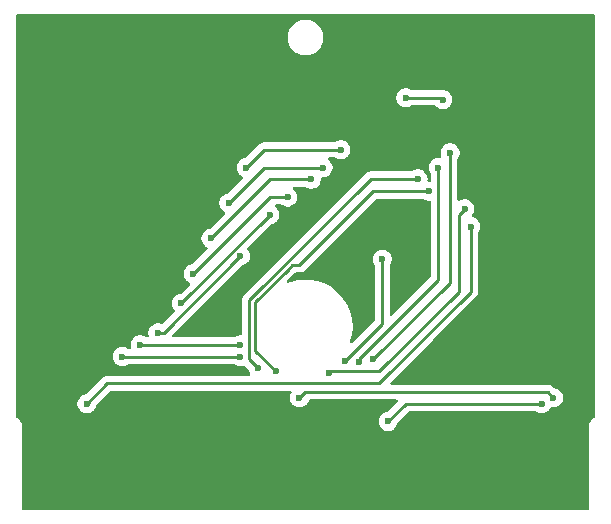
<source format=gbr>
%TF.GenerationSoftware,KiCad,Pcbnew,9.0.0*%
%TF.CreationDate,2025-05-20T18:18:11-06:00*%
%TF.ProjectId,GB_Card32k,47425f43-6172-4643-9332-6b2e6b696361,rev?*%
%TF.SameCoordinates,Original*%
%TF.FileFunction,Copper,L2,Bot*%
%TF.FilePolarity,Positive*%
%FSLAX46Y46*%
G04 Gerber Fmt 4.6, Leading zero omitted, Abs format (unit mm)*
G04 Created by KiCad (PCBNEW 9.0.0) date 2025-05-20 18:18:11*
%MOMM*%
%LPD*%
G01*
G04 APERTURE LIST*
%TA.AperFunction,ViaPad*%
%ADD10C,0.600000*%
%TD*%
%TA.AperFunction,Conductor*%
%ADD11C,0.250000*%
%TD*%
G04 APERTURE END LIST*
D10*
%TO.N,GND*%
X167750000Y-118500000D03*
X167750000Y-120500000D03*
%TO.N,WR*%
X156150000Y-93750000D03*
X153000000Y-93600000D03*
%TO.N,GND*%
X153750000Y-88500000D03*
X135750000Y-88500000D03*
X129000000Y-90250000D03*
X124500000Y-94250000D03*
X167750000Y-103750000D03*
X167750000Y-105750000D03*
X167750000Y-107750000D03*
X161250000Y-96500000D03*
X160000000Y-94000000D03*
X159250000Y-94000000D03*
X158500000Y-94000000D03*
X160000000Y-94750000D03*
X159250000Y-94750000D03*
X158500000Y-94750000D03*
X167500000Y-96000000D03*
X167500000Y-95000000D03*
X167500000Y-94000000D03*
X166500000Y-96000000D03*
X166500000Y-94000000D03*
X166500000Y-95000000D03*
X166250000Y-121000000D03*
X164750000Y-121000000D03*
X167750000Y-119500000D03*
X168500000Y-87000000D03*
X120500000Y-98000000D03*
X120750000Y-87250000D03*
X135500000Y-95750000D03*
X129800000Y-101800000D03*
X128000000Y-103500000D03*
X123750000Y-107500000D03*
X123000000Y-113000000D03*
X123000000Y-119750000D03*
X134500000Y-106750000D03*
X130500000Y-112500000D03*
X125750000Y-116000000D03*
X125750000Y-111000000D03*
X130500000Y-106250000D03*
X134500000Y-102250000D03*
X144000000Y-95000000D03*
X144000000Y-96750000D03*
X146000000Y-96750000D03*
X142000000Y-96750000D03*
X142000000Y-95000000D03*
X146000000Y-95000000D03*
X154400000Y-94750000D03*
X153500000Y-94750000D03*
X154750000Y-98250000D03*
X153500000Y-98250000D03*
X154750000Y-97500000D03*
X153500000Y-97500000D03*
X154750000Y-104250000D03*
X153750000Y-103500000D03*
X153750000Y-116250000D03*
X153750000Y-117500000D03*
X154250000Y-107500000D03*
X153500000Y-107500000D03*
X152750000Y-107500000D03*
X154250000Y-108250000D03*
X152750000Y-108250000D03*
X153500000Y-108250000D03*
%TO.N,A14*%
X150250000Y-115750000D03*
X156750000Y-98250000D03*
%TO.N,A13*%
X149000000Y-116000000D03*
X155750000Y-99500000D03*
%TO.N,A12*%
X147875000Y-115875000D03*
X151000000Y-107250000D03*
%TO.N,A9*%
X142000000Y-116750000D03*
X155000000Y-101500000D03*
%TO.N,A8*%
X140500000Y-116500000D03*
%TO.N,A0*%
X139000000Y-115500000D03*
%TO.N,A8*%
X154040000Y-100460000D03*
%TO.N,A11*%
X146500000Y-116875000D03*
X158000000Y-103000000D03*
%TO.N,RD*%
X158500000Y-104500000D03*
X126000000Y-119500000D03*
%TO.N,A10*%
X144000000Y-119000000D03*
X165500000Y-119000000D03*
%TO.N,A15*%
X151500000Y-121000000D03*
X164500000Y-119500000D03*
%TO.N,A7*%
X139500000Y-99500000D03*
%TO.N,A6*%
X138000000Y-102500000D03*
%TO.N,A5*%
X136500000Y-105500000D03*
%TO.N,A4*%
X135000000Y-108500000D03*
%TO.N,A3*%
X134000000Y-111000000D03*
%TO.N,A2*%
X132000000Y-113500000D03*
%TO.N,A1*%
X130500000Y-114500000D03*
%TO.N,A0*%
X129000000Y-115500000D03*
%TO.N,A7*%
X147500000Y-98000000D03*
%TO.N,A6*%
X146000000Y-99500000D03*
%TO.N,A5*%
X145000000Y-100500000D03*
%TO.N,A4*%
X143000000Y-102000000D03*
%TO.N,A3*%
X141500000Y-103500000D03*
%TO.N,A2*%
X139000000Y-107000000D03*
%TO.N,A1*%
X139000000Y-114500000D03*
%TO.N,GND*%
X161250000Y-95500000D03*
%TD*%
D11*
%TO.N,WR*%
X153000000Y-93600000D02*
X156000000Y-93600000D01*
X156000000Y-93600000D02*
X156150000Y-93750000D01*
%TO.N,A9*%
X155000000Y-101500000D02*
X150250000Y-101500000D01*
X150250000Y-101500000D02*
X144000000Y-107750000D01*
X144000000Y-107750000D02*
X143387810Y-107750000D01*
X143387810Y-107750000D02*
X143000000Y-108137810D01*
X143000000Y-108137810D02*
X140250000Y-110887810D01*
X140250000Y-110887810D02*
X140250000Y-115000000D01*
X140250000Y-115000000D02*
X142000000Y-116750000D01*
%TO.N,A8*%
X154040000Y-100460000D02*
X150040000Y-100460000D01*
X150040000Y-100460000D02*
X139750000Y-110750000D01*
X139750000Y-110750000D02*
X139750000Y-115750000D01*
X139750000Y-115750000D02*
X140500000Y-116500000D01*
%TO.N,RD*%
X158500000Y-104500000D02*
X158500000Y-110000000D01*
X158500000Y-110000000D02*
X150722322Y-117777678D01*
X150722322Y-117777678D02*
X127722322Y-117777678D01*
X127722322Y-117777678D02*
X126000000Y-119500000D01*
%TO.N,A11*%
X146500000Y-116875000D02*
X146625000Y-116750000D01*
X146625000Y-116750000D02*
X150750000Y-116750000D01*
X150750000Y-116750000D02*
X157500000Y-110000000D01*
X157500000Y-110000000D02*
X157500000Y-103500000D01*
X157500000Y-103500000D02*
X158000000Y-103000000D01*
%TO.N,A14*%
X156750000Y-109250000D02*
X150250000Y-115750000D01*
X156750000Y-98250000D02*
X156750000Y-109250000D01*
%TO.N,A13*%
X155750000Y-99500000D02*
X155750000Y-109000000D01*
X155750000Y-109000000D02*
X149000000Y-115750000D01*
X149000000Y-115750000D02*
X149000000Y-116000000D01*
%TO.N,A12*%
X147875000Y-115875000D02*
X151000000Y-112750000D01*
X151000000Y-112750000D02*
X151000000Y-107250000D01*
%TO.N,A10*%
X165500000Y-119000000D02*
X165000000Y-118500000D01*
X165000000Y-118500000D02*
X144500000Y-118500000D01*
X144500000Y-118500000D02*
X144000000Y-119000000D01*
%TO.N,A0*%
X139000000Y-115500000D02*
X129000000Y-115500000D01*
%TO.N,A3*%
X134000000Y-111000000D02*
X141500000Y-103500000D01*
%TO.N,A15*%
X153000000Y-119500000D02*
X151500000Y-121000000D01*
X164500000Y-119500000D02*
X153000000Y-119500000D01*
%TO.N,A7*%
X141000000Y-98000000D02*
X139500000Y-99500000D01*
X147500000Y-98000000D02*
X141000000Y-98000000D01*
%TO.N,A6*%
X141000000Y-99500000D02*
X138000000Y-102500000D01*
X146000000Y-99500000D02*
X141000000Y-99500000D01*
%TO.N,A5*%
X141500000Y-100500000D02*
X136500000Y-105500000D01*
X145000000Y-100500000D02*
X141500000Y-100500000D01*
%TO.N,A4*%
X141500000Y-102000000D02*
X135000000Y-108500000D01*
X143000000Y-102000000D02*
X141500000Y-102000000D01*
%TO.N,A2*%
X132500000Y-113500000D02*
X132000000Y-113500000D01*
X139000000Y-107000000D02*
X132500000Y-113500000D01*
%TO.N,A1*%
X139000000Y-114500000D02*
X130500000Y-114500000D01*
%TD*%
%TA.AperFunction,Conductor*%
%TO.N,GND*%
G36*
X154524689Y-102145185D02*
G01*
X154526541Y-102146398D01*
X154620821Y-102209394D01*
X154620823Y-102209395D01*
X154620827Y-102209397D01*
X154758683Y-102266498D01*
X154766503Y-102269737D01*
X154921153Y-102300499D01*
X154921156Y-102300500D01*
X155000500Y-102300500D01*
X155067539Y-102320185D01*
X155113294Y-102372989D01*
X155124500Y-102424500D01*
X155124500Y-108689547D01*
X155104815Y-108756586D01*
X155088181Y-108777228D01*
X151837181Y-112028228D01*
X151775858Y-112061713D01*
X151706166Y-112056729D01*
X151650233Y-112014857D01*
X151625816Y-111949393D01*
X151625500Y-111940547D01*
X151625500Y-107792350D01*
X151645185Y-107725311D01*
X151646398Y-107723459D01*
X151656633Y-107708141D01*
X151709394Y-107629179D01*
X151769737Y-107483497D01*
X151800500Y-107328842D01*
X151800500Y-107171158D01*
X151800500Y-107171155D01*
X151800499Y-107171153D01*
X151769738Y-107016510D01*
X151769737Y-107016503D01*
X151730242Y-106921153D01*
X151709397Y-106870827D01*
X151709390Y-106870814D01*
X151621789Y-106739711D01*
X151621786Y-106739707D01*
X151510292Y-106628213D01*
X151510288Y-106628210D01*
X151379185Y-106540609D01*
X151379172Y-106540602D01*
X151233501Y-106480264D01*
X151233489Y-106480261D01*
X151078845Y-106449500D01*
X151078842Y-106449500D01*
X150921158Y-106449500D01*
X150921155Y-106449500D01*
X150766510Y-106480261D01*
X150766498Y-106480264D01*
X150620827Y-106540602D01*
X150620814Y-106540609D01*
X150489711Y-106628210D01*
X150489707Y-106628213D01*
X150378213Y-106739707D01*
X150378210Y-106739711D01*
X150290609Y-106870814D01*
X150290602Y-106870827D01*
X150230264Y-107016498D01*
X150230261Y-107016510D01*
X150199500Y-107171153D01*
X150199500Y-107328846D01*
X150230261Y-107483489D01*
X150230264Y-107483501D01*
X150290602Y-107629172D01*
X150290609Y-107629184D01*
X150353602Y-107723459D01*
X150374480Y-107790136D01*
X150374500Y-107792350D01*
X150374500Y-112439547D01*
X150354815Y-112506586D01*
X150338181Y-112527228D01*
X148514609Y-114350799D01*
X148453286Y-114384284D01*
X148383594Y-114379300D01*
X148327661Y-114337428D01*
X148303244Y-114271964D01*
X148308266Y-114227128D01*
X148385290Y-113973215D01*
X148385292Y-113973205D01*
X148385295Y-113973194D01*
X148461973Y-113587702D01*
X148500500Y-113196532D01*
X148500500Y-112803468D01*
X148461973Y-112412297D01*
X148427683Y-112239909D01*
X148385295Y-112026805D01*
X148385292Y-112026794D01*
X148385291Y-112026791D01*
X148385290Y-112026785D01*
X148271190Y-111650647D01*
X148120771Y-111287503D01*
X148108355Y-111264275D01*
X147935488Y-110940862D01*
X147935487Y-110940860D01*
X147935482Y-110940851D01*
X147717107Y-110614031D01*
X147467750Y-110310188D01*
X147467749Y-110310187D01*
X147467745Y-110310182D01*
X147189817Y-110032254D01*
X146885974Y-109782897D01*
X146885973Y-109782896D01*
X146885969Y-109782893D01*
X146559149Y-109564518D01*
X146559144Y-109564515D01*
X146559137Y-109564511D01*
X146212504Y-109379232D01*
X146212499Y-109379230D01*
X145849354Y-109228810D01*
X145473205Y-109114707D01*
X145473194Y-109114704D01*
X145087702Y-109038026D01*
X144793089Y-109009010D01*
X144696532Y-108999500D01*
X144303468Y-108999500D01*
X144214251Y-109008287D01*
X143912297Y-109038026D01*
X143526805Y-109114704D01*
X143526794Y-109114707D01*
X143381337Y-109158831D01*
X143150647Y-109228810D01*
X143150645Y-109228810D01*
X143150641Y-109228812D01*
X143117047Y-109242727D01*
X143047577Y-109250196D01*
X142985098Y-109218920D01*
X142949447Y-109158831D01*
X142951941Y-109089006D01*
X142981913Y-109040486D01*
X143485857Y-108536543D01*
X143610581Y-108411819D01*
X143671904Y-108378334D01*
X143698262Y-108375500D01*
X144061607Y-108375500D01*
X144122029Y-108363481D01*
X144182452Y-108351463D01*
X144215792Y-108337652D01*
X144296286Y-108304312D01*
X144347509Y-108270084D01*
X144352869Y-108266503D01*
X144360271Y-108261556D01*
X144398733Y-108235858D01*
X144485858Y-108148733D01*
X144485859Y-108148731D01*
X144492925Y-108141665D01*
X144492927Y-108141661D01*
X150472771Y-102161819D01*
X150534094Y-102128334D01*
X150560452Y-102125500D01*
X154457650Y-102125500D01*
X154524689Y-102145185D01*
G37*
%TD.AperFunction*%
%TA.AperFunction,Conductor*%
G36*
X168942539Y-86520185D02*
G01*
X168988294Y-86572989D01*
X168999500Y-86624500D01*
X168999500Y-120562094D01*
X168979815Y-120629133D01*
X168937501Y-120669481D01*
X168923945Y-120677307D01*
X168923944Y-120677308D01*
X168789836Y-120789836D01*
X168677309Y-120923942D01*
X168589775Y-121075553D01*
X168529898Y-121240062D01*
X168499500Y-121412465D01*
X168499500Y-128375500D01*
X168479815Y-128442539D01*
X168427011Y-128488294D01*
X168375500Y-128499500D01*
X120624500Y-128499500D01*
X120557461Y-128479815D01*
X120511706Y-128427011D01*
X120500500Y-128375500D01*
X120500500Y-121412472D01*
X120500500Y-121412468D01*
X120470101Y-121240062D01*
X120410225Y-121075555D01*
X120322692Y-120923945D01*
X120322691Y-120923943D01*
X120322690Y-120923942D01*
X120210163Y-120789836D01*
X120076055Y-120677308D01*
X120076054Y-120677307D01*
X120062499Y-120669481D01*
X120014284Y-120618913D01*
X120000500Y-120562094D01*
X120000500Y-119421153D01*
X125199500Y-119421153D01*
X125199500Y-119578846D01*
X125230261Y-119733489D01*
X125230264Y-119733501D01*
X125290602Y-119879172D01*
X125290609Y-119879185D01*
X125378210Y-120010288D01*
X125378213Y-120010292D01*
X125489707Y-120121786D01*
X125489711Y-120121789D01*
X125620814Y-120209390D01*
X125620827Y-120209397D01*
X125766498Y-120269735D01*
X125766503Y-120269737D01*
X125921153Y-120300499D01*
X125921156Y-120300500D01*
X125921158Y-120300500D01*
X126078844Y-120300500D01*
X126078845Y-120300499D01*
X126233497Y-120269737D01*
X126379179Y-120209394D01*
X126510289Y-120121789D01*
X126621789Y-120010289D01*
X126709394Y-119879179D01*
X126769737Y-119733497D01*
X126791858Y-119622282D01*
X126824240Y-119560375D01*
X126825734Y-119558854D01*
X127945093Y-118439497D01*
X128006416Y-118406012D01*
X128032774Y-118403178D01*
X143204042Y-118403178D01*
X143271081Y-118422863D01*
X143316836Y-118475667D01*
X143326780Y-118544825D01*
X143307144Y-118596069D01*
X143290609Y-118620814D01*
X143290602Y-118620827D01*
X143230264Y-118766498D01*
X143230261Y-118766510D01*
X143199500Y-118921153D01*
X143199500Y-119078846D01*
X143230261Y-119233489D01*
X143230264Y-119233501D01*
X143290602Y-119379172D01*
X143290609Y-119379185D01*
X143378210Y-119510288D01*
X143378213Y-119510292D01*
X143489707Y-119621786D01*
X143489711Y-119621789D01*
X143620814Y-119709390D01*
X143620827Y-119709397D01*
X143756450Y-119765573D01*
X143766503Y-119769737D01*
X143921153Y-119800499D01*
X143921156Y-119800500D01*
X143921158Y-119800500D01*
X144078844Y-119800500D01*
X144078845Y-119800499D01*
X144233497Y-119769737D01*
X144379179Y-119709394D01*
X144510289Y-119621789D01*
X144621789Y-119510289D01*
X144709394Y-119379179D01*
X144769737Y-119233497D01*
X144771365Y-119225308D01*
X144803750Y-119163399D01*
X144864465Y-119128824D01*
X144892983Y-119125500D01*
X152190547Y-119125500D01*
X152257586Y-119145185D01*
X152303341Y-119197989D01*
X152313285Y-119267147D01*
X152284260Y-119330703D01*
X152278228Y-119337181D01*
X151441203Y-120174205D01*
X151379880Y-120207690D01*
X151377714Y-120208141D01*
X151266508Y-120230261D01*
X151266498Y-120230264D01*
X151120827Y-120290602D01*
X151120814Y-120290609D01*
X150989711Y-120378210D01*
X150989707Y-120378213D01*
X150878213Y-120489707D01*
X150878210Y-120489711D01*
X150790609Y-120620814D01*
X150790602Y-120620827D01*
X150730264Y-120766498D01*
X150730261Y-120766510D01*
X150699500Y-120921153D01*
X150699500Y-121078846D01*
X150730261Y-121233489D01*
X150730264Y-121233501D01*
X150790602Y-121379172D01*
X150790609Y-121379185D01*
X150878210Y-121510288D01*
X150878213Y-121510292D01*
X150989707Y-121621786D01*
X150989711Y-121621789D01*
X151120814Y-121709390D01*
X151120827Y-121709397D01*
X151266498Y-121769735D01*
X151266503Y-121769737D01*
X151421153Y-121800499D01*
X151421156Y-121800500D01*
X151421158Y-121800500D01*
X151578844Y-121800500D01*
X151578845Y-121800499D01*
X151733497Y-121769737D01*
X151879179Y-121709394D01*
X152010289Y-121621789D01*
X152121789Y-121510289D01*
X152209394Y-121379179D01*
X152269737Y-121233497D01*
X152291858Y-121122282D01*
X152324240Y-121060375D01*
X152325732Y-121058856D01*
X153222772Y-120161819D01*
X153284095Y-120128334D01*
X153310453Y-120125500D01*
X163957650Y-120125500D01*
X164024689Y-120145185D01*
X164026541Y-120146398D01*
X164120821Y-120209394D01*
X164120823Y-120209395D01*
X164120827Y-120209397D01*
X164266498Y-120269735D01*
X164266503Y-120269737D01*
X164421153Y-120300499D01*
X164421156Y-120300500D01*
X164421158Y-120300500D01*
X164578844Y-120300500D01*
X164578845Y-120300499D01*
X164733497Y-120269737D01*
X164879179Y-120209394D01*
X165010289Y-120121789D01*
X165121789Y-120010289D01*
X165209394Y-119879179D01*
X165216677Y-119861593D01*
X165260514Y-119807190D01*
X165326807Y-119785122D01*
X165355431Y-119787426D01*
X165421155Y-119800500D01*
X165421158Y-119800500D01*
X165578844Y-119800500D01*
X165578845Y-119800499D01*
X165733497Y-119769737D01*
X165879179Y-119709394D01*
X166010289Y-119621789D01*
X166121789Y-119510289D01*
X166209394Y-119379179D01*
X166269737Y-119233497D01*
X166300500Y-119078842D01*
X166300500Y-118921158D01*
X166300500Y-118921155D01*
X166300499Y-118921153D01*
X166274531Y-118790606D01*
X166269737Y-118766503D01*
X166269735Y-118766498D01*
X166209397Y-118620827D01*
X166209390Y-118620814D01*
X166121789Y-118489711D01*
X166121786Y-118489707D01*
X166010292Y-118378213D01*
X166010288Y-118378210D01*
X165879185Y-118290609D01*
X165879172Y-118290602D01*
X165733501Y-118230264D01*
X165733489Y-118230261D01*
X165622285Y-118208141D01*
X165605528Y-118199376D01*
X165587049Y-118195356D01*
X165562010Y-118176611D01*
X165560374Y-118175756D01*
X165558795Y-118174205D01*
X165490198Y-118105608D01*
X165490178Y-118105586D01*
X165398733Y-118014141D01*
X165353325Y-117983801D01*
X165353324Y-117983800D01*
X165347509Y-117979915D01*
X165296286Y-117945688D01*
X165215792Y-117912347D01*
X165200457Y-117905995D01*
X165182453Y-117898537D01*
X165172427Y-117896543D01*
X165122029Y-117886518D01*
X165061610Y-117874500D01*
X165061607Y-117874500D01*
X165061606Y-117874500D01*
X151809452Y-117874500D01*
X151742413Y-117854815D01*
X151696658Y-117802011D01*
X151686714Y-117732853D01*
X151715739Y-117669297D01*
X151721771Y-117662819D01*
X155263764Y-114120827D01*
X158985858Y-110398733D01*
X159054312Y-110296285D01*
X159101463Y-110182451D01*
X159125500Y-110061606D01*
X159125500Y-109938393D01*
X159125500Y-105042350D01*
X159145185Y-104975311D01*
X159146398Y-104973459D01*
X159146809Y-104972843D01*
X159209394Y-104879179D01*
X159269737Y-104733497D01*
X159300500Y-104578842D01*
X159300500Y-104421158D01*
X159300500Y-104421155D01*
X159300499Y-104421153D01*
X159269737Y-104266503D01*
X159209794Y-104121786D01*
X159209397Y-104120827D01*
X159209390Y-104120814D01*
X159121789Y-103989711D01*
X159121786Y-103989707D01*
X159010292Y-103878213D01*
X159010288Y-103878210D01*
X158879185Y-103790609D01*
X158879172Y-103790602D01*
X158733501Y-103730264D01*
X158733491Y-103730261D01*
X158684374Y-103720491D01*
X158622463Y-103688106D01*
X158587889Y-103627389D01*
X158591630Y-103557620D01*
X158618296Y-103515304D01*
X158617924Y-103514999D01*
X158620357Y-103512033D01*
X158620891Y-103511186D01*
X158621789Y-103510289D01*
X158709394Y-103379179D01*
X158769737Y-103233497D01*
X158800500Y-103078842D01*
X158800500Y-102921158D01*
X158800500Y-102921155D01*
X158800499Y-102921153D01*
X158769738Y-102766510D01*
X158769737Y-102766503D01*
X158754726Y-102730263D01*
X158709397Y-102620827D01*
X158709390Y-102620814D01*
X158621789Y-102489711D01*
X158621786Y-102489707D01*
X158510292Y-102378213D01*
X158510288Y-102378210D01*
X158379185Y-102290609D01*
X158379172Y-102290602D01*
X158233501Y-102230264D01*
X158233489Y-102230261D01*
X158078845Y-102199500D01*
X158078842Y-102199500D01*
X157921158Y-102199500D01*
X157921155Y-102199500D01*
X157766510Y-102230261D01*
X157766498Y-102230264D01*
X157620827Y-102290602D01*
X157620814Y-102290609D01*
X157568391Y-102325638D01*
X157501713Y-102346516D01*
X157434333Y-102328031D01*
X157387643Y-102276053D01*
X157375500Y-102222536D01*
X157375500Y-98792350D01*
X157395185Y-98725311D01*
X157396398Y-98723459D01*
X157406633Y-98708141D01*
X157459394Y-98629179D01*
X157519737Y-98483497D01*
X157550500Y-98328842D01*
X157550500Y-98171158D01*
X157550500Y-98171155D01*
X157550499Y-98171153D01*
X157519738Y-98016510D01*
X157519737Y-98016503D01*
X157480242Y-97921153D01*
X157459397Y-97870827D01*
X157459390Y-97870814D01*
X157371789Y-97739711D01*
X157371786Y-97739707D01*
X157260292Y-97628213D01*
X157260288Y-97628210D01*
X157129185Y-97540609D01*
X157129172Y-97540602D01*
X156983501Y-97480264D01*
X156983489Y-97480261D01*
X156828845Y-97449500D01*
X156828842Y-97449500D01*
X156671158Y-97449500D01*
X156671155Y-97449500D01*
X156516510Y-97480261D01*
X156516498Y-97480264D01*
X156370827Y-97540602D01*
X156370814Y-97540609D01*
X156239711Y-97628210D01*
X156239707Y-97628213D01*
X156128213Y-97739707D01*
X156128210Y-97739711D01*
X156040609Y-97870814D01*
X156040602Y-97870827D01*
X155980264Y-98016498D01*
X155980261Y-98016510D01*
X155949500Y-98171153D01*
X155949500Y-98328846D01*
X155980261Y-98483489D01*
X155980263Y-98483496D01*
X156002586Y-98537391D01*
X156010053Y-98606860D01*
X155978778Y-98669339D01*
X155918688Y-98704991D01*
X155863834Y-98706460D01*
X155828842Y-98699500D01*
X155671158Y-98699500D01*
X155671155Y-98699500D01*
X155516510Y-98730261D01*
X155516498Y-98730264D01*
X155370827Y-98790602D01*
X155370814Y-98790609D01*
X155239711Y-98878210D01*
X155239707Y-98878213D01*
X155128213Y-98989707D01*
X155128210Y-98989711D01*
X155040609Y-99120814D01*
X155040602Y-99120827D01*
X154980264Y-99266498D01*
X154980261Y-99266510D01*
X154949500Y-99421153D01*
X154949500Y-99578846D01*
X154980261Y-99733489D01*
X154980264Y-99733501D01*
X155040602Y-99879172D01*
X155040609Y-99879184D01*
X155103602Y-99973459D01*
X155124480Y-100040136D01*
X155124500Y-100042350D01*
X155124500Y-100575500D01*
X155104815Y-100642539D01*
X155052011Y-100688294D01*
X155000500Y-100699500D01*
X154959638Y-100699500D01*
X154892599Y-100679815D01*
X154846844Y-100627011D01*
X154836900Y-100557853D01*
X154838020Y-100551310D01*
X154840500Y-100538841D01*
X154840500Y-100381155D01*
X154840499Y-100381153D01*
X154824456Y-100300499D01*
X154809737Y-100226503D01*
X154802649Y-100209390D01*
X154749397Y-100080827D01*
X154749390Y-100080814D01*
X154661789Y-99949711D01*
X154661786Y-99949707D01*
X154550292Y-99838213D01*
X154550288Y-99838210D01*
X154419185Y-99750609D01*
X154419172Y-99750602D01*
X154273501Y-99690264D01*
X154273489Y-99690261D01*
X154118845Y-99659500D01*
X154118842Y-99659500D01*
X153961158Y-99659500D01*
X153961155Y-99659500D01*
X153806510Y-99690261D01*
X153806498Y-99690264D01*
X153660827Y-99750602D01*
X153660815Y-99750609D01*
X153566541Y-99813602D01*
X153499864Y-99834480D01*
X153497650Y-99834500D01*
X150107741Y-99834500D01*
X150107721Y-99834499D01*
X150101607Y-99834499D01*
X149978394Y-99834499D01*
X149877597Y-99854548D01*
X149877592Y-99854548D01*
X149857548Y-99858536D01*
X149857545Y-99858537D01*
X149819015Y-99874498D01*
X149819012Y-99874499D01*
X149743714Y-99905688D01*
X149743712Y-99905689D01*
X149641267Y-99974141D01*
X149641263Y-99974144D01*
X141914606Y-107700803D01*
X139351269Y-110264140D01*
X139351267Y-110264142D01*
X139324807Y-110290602D01*
X139264143Y-110351265D01*
X139264142Y-110351267D01*
X139248619Y-110374499D01*
X139195688Y-110453714D01*
X139195684Y-110453720D01*
X139162347Y-110534207D01*
X139156823Y-110547543D01*
X139148537Y-110567545D01*
X139148535Y-110567553D01*
X139124500Y-110688389D01*
X139124500Y-113575500D01*
X139104815Y-113642539D01*
X139052011Y-113688294D01*
X139000500Y-113699500D01*
X138921155Y-113699500D01*
X138766510Y-113730261D01*
X138766498Y-113730264D01*
X138620827Y-113790602D01*
X138620815Y-113790609D01*
X138526541Y-113853602D01*
X138459864Y-113874480D01*
X138457650Y-113874500D01*
X133309452Y-113874500D01*
X133242413Y-113854815D01*
X133196658Y-113802011D01*
X133186714Y-113732853D01*
X133215739Y-113669297D01*
X133221771Y-113662819D01*
X134644681Y-112239909D01*
X139058797Y-107825791D01*
X139120118Y-107792308D01*
X139122128Y-107791889D01*
X139233497Y-107769737D01*
X139379179Y-107709394D01*
X139510289Y-107621789D01*
X139621789Y-107510289D01*
X139709394Y-107379179D01*
X139769737Y-107233497D01*
X139800500Y-107078842D01*
X139800500Y-106921158D01*
X139800500Y-106921155D01*
X139800499Y-106921153D01*
X139769738Y-106766510D01*
X139769737Y-106766503D01*
X139769735Y-106766498D01*
X139709397Y-106620827D01*
X139709390Y-106620814D01*
X139621789Y-106489711D01*
X139621786Y-106489707D01*
X139596015Y-106463936D01*
X139562530Y-106402613D01*
X139567514Y-106332921D01*
X139596013Y-106288576D01*
X141558798Y-104325791D01*
X141620119Y-104292308D01*
X141622114Y-104291892D01*
X141733497Y-104269737D01*
X141879179Y-104209394D01*
X142010289Y-104121789D01*
X142121789Y-104010289D01*
X142209394Y-103879179D01*
X142269737Y-103733497D01*
X142300500Y-103578842D01*
X142300500Y-103421158D01*
X142300500Y-103421155D01*
X142300499Y-103421153D01*
X142269738Y-103266510D01*
X142269737Y-103266503D01*
X142256062Y-103233489D01*
X142209397Y-103120827D01*
X142209390Y-103120814D01*
X142121789Y-102989711D01*
X142121786Y-102989707D01*
X142010292Y-102878213D01*
X142010288Y-102878210D01*
X141971963Y-102852602D01*
X141927158Y-102798990D01*
X141918451Y-102729665D01*
X141948605Y-102666637D01*
X142008048Y-102629918D01*
X142040854Y-102625500D01*
X142457650Y-102625500D01*
X142524689Y-102645185D01*
X142526541Y-102646398D01*
X142620821Y-102709394D01*
X142620823Y-102709395D01*
X142620827Y-102709397D01*
X142758683Y-102766498D01*
X142766503Y-102769737D01*
X142871418Y-102790606D01*
X142921153Y-102800499D01*
X142921156Y-102800500D01*
X142921158Y-102800500D01*
X143078844Y-102800500D01*
X143078845Y-102800499D01*
X143233497Y-102769737D01*
X143379179Y-102709394D01*
X143510289Y-102621789D01*
X143621789Y-102510289D01*
X143709394Y-102379179D01*
X143769737Y-102233497D01*
X143800500Y-102078842D01*
X143800500Y-101921158D01*
X143800500Y-101921155D01*
X143800499Y-101921153D01*
X143774531Y-101790606D01*
X143769737Y-101766503D01*
X143769735Y-101766498D01*
X143709397Y-101620827D01*
X143709390Y-101620814D01*
X143621789Y-101489711D01*
X143621786Y-101489707D01*
X143510292Y-101378213D01*
X143510288Y-101378210D01*
X143471963Y-101352602D01*
X143427158Y-101298990D01*
X143418451Y-101229665D01*
X143448605Y-101166637D01*
X143508048Y-101129918D01*
X143540854Y-101125500D01*
X144457650Y-101125500D01*
X144524689Y-101145185D01*
X144526541Y-101146398D01*
X144620821Y-101209394D01*
X144620823Y-101209395D01*
X144620827Y-101209397D01*
X144760250Y-101267147D01*
X144766503Y-101269737D01*
X144871418Y-101290606D01*
X144921153Y-101300499D01*
X144921156Y-101300500D01*
X144921158Y-101300500D01*
X145078844Y-101300500D01*
X145078845Y-101300499D01*
X145233497Y-101269737D01*
X145379179Y-101209394D01*
X145510289Y-101121789D01*
X145621789Y-101010289D01*
X145709394Y-100879179D01*
X145769737Y-100733497D01*
X145800500Y-100578842D01*
X145800500Y-100424500D01*
X145820185Y-100357461D01*
X145872989Y-100311706D01*
X145924500Y-100300500D01*
X146078844Y-100300500D01*
X146078845Y-100300499D01*
X146233497Y-100269737D01*
X146379179Y-100209394D01*
X146510289Y-100121789D01*
X146621789Y-100010289D01*
X146709394Y-99879179D01*
X146769737Y-99733497D01*
X146800500Y-99578842D01*
X146800500Y-99421158D01*
X146800500Y-99421155D01*
X146800499Y-99421153D01*
X146769738Y-99266510D01*
X146769737Y-99266503D01*
X146769735Y-99266498D01*
X146709397Y-99120827D01*
X146709390Y-99120814D01*
X146621789Y-98989711D01*
X146621786Y-98989707D01*
X146510292Y-98878213D01*
X146510288Y-98878210D01*
X146471963Y-98852602D01*
X146427158Y-98798990D01*
X146418451Y-98729665D01*
X146448605Y-98666637D01*
X146508048Y-98629918D01*
X146540854Y-98625500D01*
X146957650Y-98625500D01*
X147024689Y-98645185D01*
X147026541Y-98646398D01*
X147120821Y-98709394D01*
X147120823Y-98709395D01*
X147120827Y-98709397D01*
X147260250Y-98767147D01*
X147266503Y-98769737D01*
X147413567Y-98798990D01*
X147421153Y-98800499D01*
X147421156Y-98800500D01*
X147421158Y-98800500D01*
X147578844Y-98800500D01*
X147578845Y-98800499D01*
X147733497Y-98769737D01*
X147879179Y-98709394D01*
X148010289Y-98621789D01*
X148121789Y-98510289D01*
X148209394Y-98379179D01*
X148269737Y-98233497D01*
X148300500Y-98078842D01*
X148300500Y-97921158D01*
X148300500Y-97921155D01*
X148300499Y-97921153D01*
X148269738Y-97766510D01*
X148269737Y-97766503D01*
X148269735Y-97766498D01*
X148209397Y-97620827D01*
X148209390Y-97620814D01*
X148121789Y-97489711D01*
X148121786Y-97489707D01*
X148010292Y-97378213D01*
X148010288Y-97378210D01*
X147879185Y-97290609D01*
X147879172Y-97290602D01*
X147733501Y-97230264D01*
X147733489Y-97230261D01*
X147578845Y-97199500D01*
X147578842Y-97199500D01*
X147421158Y-97199500D01*
X147421155Y-97199500D01*
X147266510Y-97230261D01*
X147266498Y-97230264D01*
X147120827Y-97290602D01*
X147120815Y-97290609D01*
X147026541Y-97353602D01*
X146959864Y-97374480D01*
X146957650Y-97374500D01*
X140938389Y-97374500D01*
X140877971Y-97386518D01*
X140834743Y-97395116D01*
X140817546Y-97398537D01*
X140703716Y-97445687D01*
X140651971Y-97480263D01*
X140651970Y-97480264D01*
X140601263Y-97514144D01*
X140601262Y-97514145D01*
X139441203Y-98674205D01*
X139379880Y-98707690D01*
X139377714Y-98708141D01*
X139266508Y-98730261D01*
X139266498Y-98730264D01*
X139120827Y-98790602D01*
X139120814Y-98790609D01*
X138989711Y-98878210D01*
X138989707Y-98878213D01*
X138878213Y-98989707D01*
X138878210Y-98989711D01*
X138790609Y-99120814D01*
X138790602Y-99120827D01*
X138730264Y-99266498D01*
X138730261Y-99266510D01*
X138699500Y-99421153D01*
X138699500Y-99578846D01*
X138730261Y-99733489D01*
X138730264Y-99733501D01*
X138790602Y-99879172D01*
X138790609Y-99879185D01*
X138878210Y-100010288D01*
X138878213Y-100010292D01*
X138989707Y-100121786D01*
X138989711Y-100121789D01*
X139120814Y-100209390D01*
X139120821Y-100209394D01*
X139151030Y-100221906D01*
X139205433Y-100265747D01*
X139227499Y-100332040D01*
X139210221Y-100399740D01*
X139191259Y-100424149D01*
X137941203Y-101674205D01*
X137879880Y-101707690D01*
X137877714Y-101708141D01*
X137766508Y-101730261D01*
X137766498Y-101730264D01*
X137620827Y-101790602D01*
X137620814Y-101790609D01*
X137489711Y-101878210D01*
X137489707Y-101878213D01*
X137378213Y-101989707D01*
X137378210Y-101989711D01*
X137290609Y-102120814D01*
X137290602Y-102120827D01*
X137230264Y-102266498D01*
X137230261Y-102266510D01*
X137199500Y-102421153D01*
X137199500Y-102578846D01*
X137230261Y-102733489D01*
X137230264Y-102733501D01*
X137290602Y-102879172D01*
X137290609Y-102879185D01*
X137378210Y-103010288D01*
X137378213Y-103010292D01*
X137489707Y-103121786D01*
X137489711Y-103121789D01*
X137620814Y-103209390D01*
X137620821Y-103209394D01*
X137651030Y-103221906D01*
X137705433Y-103265747D01*
X137727499Y-103332040D01*
X137710221Y-103399740D01*
X137691259Y-103424149D01*
X136441203Y-104674205D01*
X136379880Y-104707690D01*
X136377714Y-104708141D01*
X136266508Y-104730261D01*
X136266498Y-104730264D01*
X136120827Y-104790602D01*
X136120814Y-104790609D01*
X135989711Y-104878210D01*
X135989707Y-104878213D01*
X135878213Y-104989707D01*
X135878210Y-104989711D01*
X135790609Y-105120814D01*
X135790602Y-105120827D01*
X135730264Y-105266498D01*
X135730261Y-105266510D01*
X135699500Y-105421153D01*
X135699500Y-105578846D01*
X135730261Y-105733489D01*
X135730264Y-105733501D01*
X135790602Y-105879172D01*
X135790609Y-105879185D01*
X135878210Y-106010288D01*
X135878213Y-106010292D01*
X135989707Y-106121786D01*
X135989711Y-106121789D01*
X136120814Y-106209390D01*
X136120821Y-106209394D01*
X136151030Y-106221906D01*
X136205433Y-106265747D01*
X136227499Y-106332040D01*
X136210221Y-106399740D01*
X136191259Y-106424149D01*
X134941203Y-107674205D01*
X134879880Y-107707690D01*
X134877714Y-107708141D01*
X134766508Y-107730261D01*
X134766498Y-107730264D01*
X134620827Y-107790602D01*
X134620814Y-107790609D01*
X134489711Y-107878210D01*
X134489707Y-107878213D01*
X134378213Y-107989707D01*
X134378210Y-107989711D01*
X134290609Y-108120814D01*
X134290602Y-108120827D01*
X134230264Y-108266498D01*
X134230261Y-108266510D01*
X134199500Y-108421153D01*
X134199500Y-108578846D01*
X134230261Y-108733489D01*
X134230264Y-108733501D01*
X134290602Y-108879172D01*
X134290609Y-108879185D01*
X134378210Y-109010288D01*
X134378213Y-109010292D01*
X134489707Y-109121786D01*
X134489711Y-109121789D01*
X134620814Y-109209390D01*
X134620821Y-109209394D01*
X134651030Y-109221906D01*
X134705433Y-109265747D01*
X134727499Y-109332040D01*
X134710221Y-109399740D01*
X134691259Y-109424149D01*
X133941203Y-110174205D01*
X133879880Y-110207690D01*
X133877714Y-110208141D01*
X133766508Y-110230261D01*
X133766498Y-110230264D01*
X133620827Y-110290602D01*
X133620814Y-110290609D01*
X133489711Y-110378210D01*
X133489707Y-110378213D01*
X133378213Y-110489707D01*
X133378210Y-110489711D01*
X133290609Y-110620814D01*
X133290602Y-110620827D01*
X133230264Y-110766498D01*
X133230261Y-110766510D01*
X133199500Y-110921153D01*
X133199500Y-111078846D01*
X133230261Y-111233489D01*
X133230264Y-111233501D01*
X133290602Y-111379172D01*
X133290609Y-111379185D01*
X133378210Y-111510288D01*
X133378213Y-111510292D01*
X133403984Y-111536063D01*
X133437469Y-111597386D01*
X133432485Y-111667078D01*
X133403984Y-111711425D01*
X132399315Y-112716093D01*
X132337992Y-112749578D01*
X132268300Y-112744594D01*
X132264193Y-112742977D01*
X132233497Y-112730263D01*
X132233489Y-112730261D01*
X132078845Y-112699500D01*
X132078842Y-112699500D01*
X131921158Y-112699500D01*
X131921155Y-112699500D01*
X131766510Y-112730261D01*
X131766498Y-112730264D01*
X131620827Y-112790602D01*
X131620814Y-112790609D01*
X131489711Y-112878210D01*
X131489707Y-112878213D01*
X131378213Y-112989707D01*
X131378210Y-112989711D01*
X131290609Y-113120814D01*
X131290602Y-113120827D01*
X131230264Y-113266498D01*
X131230261Y-113266510D01*
X131199500Y-113421153D01*
X131199500Y-113421158D01*
X131199500Y-113578842D01*
X131199500Y-113578844D01*
X131199499Y-113578844D01*
X131228833Y-113726308D01*
X131226955Y-113747292D01*
X131229954Y-113768147D01*
X131223903Y-113781394D01*
X131222606Y-113795900D01*
X131209681Y-113812537D01*
X131200929Y-113831703D01*
X131188676Y-113839577D01*
X131179743Y-113851077D01*
X131159876Y-113858085D01*
X131142151Y-113869477D01*
X131117568Y-113873011D01*
X131113854Y-113874322D01*
X131107216Y-113874500D01*
X131042350Y-113874500D01*
X130975311Y-113854815D01*
X130973459Y-113853602D01*
X130879184Y-113790609D01*
X130879172Y-113790602D01*
X130733501Y-113730264D01*
X130733489Y-113730261D01*
X130578845Y-113699500D01*
X130578842Y-113699500D01*
X130421158Y-113699500D01*
X130421155Y-113699500D01*
X130266510Y-113730261D01*
X130266498Y-113730264D01*
X130120827Y-113790602D01*
X130120814Y-113790609D01*
X129989711Y-113878210D01*
X129989707Y-113878213D01*
X129878213Y-113989707D01*
X129878210Y-113989711D01*
X129790609Y-114120814D01*
X129790602Y-114120827D01*
X129730264Y-114266498D01*
X129730261Y-114266510D01*
X129699500Y-114421153D01*
X129699500Y-114421158D01*
X129699500Y-114578842D01*
X129699500Y-114578844D01*
X129699499Y-114578844D01*
X129728833Y-114726308D01*
X129726955Y-114747292D01*
X129729954Y-114768147D01*
X129723903Y-114781394D01*
X129722606Y-114795900D01*
X129709681Y-114812537D01*
X129700929Y-114831703D01*
X129688676Y-114839577D01*
X129679743Y-114851077D01*
X129659876Y-114858085D01*
X129642151Y-114869477D01*
X129617568Y-114873011D01*
X129613854Y-114874322D01*
X129607216Y-114874500D01*
X129542350Y-114874500D01*
X129475311Y-114854815D01*
X129473459Y-114853602D01*
X129379184Y-114790609D01*
X129379172Y-114790602D01*
X129233501Y-114730264D01*
X129233489Y-114730261D01*
X129078845Y-114699500D01*
X129078842Y-114699500D01*
X128921158Y-114699500D01*
X128921155Y-114699500D01*
X128766510Y-114730261D01*
X128766498Y-114730264D01*
X128620827Y-114790602D01*
X128620814Y-114790609D01*
X128489711Y-114878210D01*
X128489707Y-114878213D01*
X128378213Y-114989707D01*
X128378210Y-114989711D01*
X128290609Y-115120814D01*
X128290602Y-115120827D01*
X128230264Y-115266498D01*
X128230261Y-115266510D01*
X128199500Y-115421153D01*
X128199500Y-115578846D01*
X128230261Y-115733489D01*
X128230264Y-115733501D01*
X128290602Y-115879172D01*
X128290609Y-115879185D01*
X128378210Y-116010288D01*
X128378213Y-116010292D01*
X128489707Y-116121786D01*
X128489711Y-116121789D01*
X128620814Y-116209390D01*
X128620827Y-116209397D01*
X128735818Y-116257027D01*
X128766503Y-116269737D01*
X128921153Y-116300499D01*
X128921156Y-116300500D01*
X128921158Y-116300500D01*
X129078844Y-116300500D01*
X129078845Y-116300499D01*
X129233497Y-116269737D01*
X129379179Y-116209394D01*
X129473459Y-116146398D01*
X129540136Y-116125520D01*
X129542350Y-116125500D01*
X138457650Y-116125500D01*
X138524689Y-116145185D01*
X138526541Y-116146398D01*
X138620821Y-116209394D01*
X138620823Y-116209395D01*
X138620827Y-116209397D01*
X138735818Y-116257027D01*
X138766503Y-116269737D01*
X138921153Y-116300499D01*
X138921156Y-116300500D01*
X138921158Y-116300500D01*
X139078844Y-116300500D01*
X139078845Y-116300499D01*
X139233497Y-116269737D01*
X139264182Y-116257026D01*
X139333650Y-116249557D01*
X139396129Y-116280831D01*
X139399316Y-116283906D01*
X139674205Y-116558795D01*
X139707690Y-116620118D01*
X139708141Y-116622285D01*
X139730261Y-116733489D01*
X139730264Y-116733501D01*
X139790602Y-116879172D01*
X139790609Y-116879185D01*
X139844132Y-116959287D01*
X139865010Y-117025965D01*
X139846526Y-117093345D01*
X139794547Y-117140035D01*
X139741030Y-117152178D01*
X127660711Y-117152178D01*
X127600293Y-117164196D01*
X127562581Y-117171697D01*
X127539872Y-117176214D01*
X127539870Y-117176215D01*
X127506529Y-117190025D01*
X127426040Y-117223363D01*
X127426031Y-117223368D01*
X127386300Y-117249916D01*
X127386290Y-117249924D01*
X127379923Y-117254179D01*
X127323589Y-117291820D01*
X127236464Y-117378945D01*
X127236461Y-117378948D01*
X127233272Y-117382136D01*
X127233265Y-117382143D01*
X125941203Y-118674205D01*
X125879880Y-118707690D01*
X125877714Y-118708141D01*
X125766508Y-118730261D01*
X125766498Y-118730264D01*
X125620827Y-118790602D01*
X125620814Y-118790609D01*
X125489711Y-118878210D01*
X125489707Y-118878213D01*
X125378213Y-118989707D01*
X125378210Y-118989711D01*
X125290609Y-119120814D01*
X125290602Y-119120827D01*
X125230264Y-119266498D01*
X125230261Y-119266510D01*
X125199500Y-119421153D01*
X120000500Y-119421153D01*
X120000500Y-93521153D01*
X152199500Y-93521153D01*
X152199500Y-93678846D01*
X152230261Y-93833489D01*
X152230264Y-93833501D01*
X152290602Y-93979172D01*
X152290609Y-93979185D01*
X152378210Y-94110288D01*
X152378213Y-94110292D01*
X152489707Y-94221786D01*
X152489711Y-94221789D01*
X152620814Y-94309390D01*
X152620827Y-94309397D01*
X152766498Y-94369735D01*
X152766503Y-94369737D01*
X152921153Y-94400499D01*
X152921156Y-94400500D01*
X152921158Y-94400500D01*
X153078844Y-94400500D01*
X153078845Y-94400499D01*
X153233497Y-94369737D01*
X153379179Y-94309394D01*
X153473459Y-94246398D01*
X153540136Y-94225520D01*
X153542350Y-94225500D01*
X155442059Y-94225500D01*
X155509098Y-94245185D01*
X155529740Y-94261819D01*
X155639707Y-94371786D01*
X155639711Y-94371789D01*
X155770814Y-94459390D01*
X155770827Y-94459397D01*
X155916498Y-94519735D01*
X155916503Y-94519737D01*
X156071153Y-94550499D01*
X156071156Y-94550500D01*
X156071158Y-94550500D01*
X156228844Y-94550500D01*
X156228845Y-94550499D01*
X156383497Y-94519737D01*
X156529179Y-94459394D01*
X156660289Y-94371789D01*
X156771789Y-94260289D01*
X156859394Y-94129179D01*
X156919737Y-93983497D01*
X156950500Y-93828842D01*
X156950500Y-93671158D01*
X156950500Y-93671155D01*
X156950499Y-93671153D01*
X156919738Y-93516510D01*
X156919737Y-93516503D01*
X156919735Y-93516498D01*
X156859397Y-93370827D01*
X156859390Y-93370814D01*
X156771789Y-93239711D01*
X156771786Y-93239707D01*
X156660292Y-93128213D01*
X156660288Y-93128210D01*
X156529185Y-93040609D01*
X156529172Y-93040602D01*
X156383501Y-92980264D01*
X156383489Y-92980261D01*
X156228845Y-92949500D01*
X156228842Y-92949500D01*
X156071158Y-92949500D01*
X156071156Y-92949500D01*
X155992645Y-92965117D01*
X155957454Y-92972117D01*
X155933264Y-92974500D01*
X153542350Y-92974500D01*
X153475311Y-92954815D01*
X153473459Y-92953602D01*
X153379184Y-92890609D01*
X153379172Y-92890602D01*
X153233501Y-92830264D01*
X153233489Y-92830261D01*
X153078845Y-92799500D01*
X153078842Y-92799500D01*
X152921158Y-92799500D01*
X152921155Y-92799500D01*
X152766510Y-92830261D01*
X152766498Y-92830264D01*
X152620827Y-92890602D01*
X152620814Y-92890609D01*
X152489711Y-92978210D01*
X152489707Y-92978213D01*
X152378213Y-93089707D01*
X152378210Y-93089711D01*
X152290609Y-93220814D01*
X152290602Y-93220827D01*
X152230264Y-93366498D01*
X152230261Y-93366510D01*
X152199500Y-93521153D01*
X120000500Y-93521153D01*
X120000500Y-88381902D01*
X142999500Y-88381902D01*
X142999500Y-88618097D01*
X143036446Y-88851368D01*
X143109433Y-89075996D01*
X143216657Y-89286433D01*
X143355483Y-89477510D01*
X143522490Y-89644517D01*
X143713567Y-89783343D01*
X143812991Y-89834002D01*
X143924003Y-89890566D01*
X143924005Y-89890566D01*
X143924008Y-89890568D01*
X144044412Y-89929689D01*
X144148631Y-89963553D01*
X144381903Y-90000500D01*
X144381908Y-90000500D01*
X144618097Y-90000500D01*
X144851368Y-89963553D01*
X145075992Y-89890568D01*
X145286433Y-89783343D01*
X145477510Y-89644517D01*
X145644517Y-89477510D01*
X145783343Y-89286433D01*
X145890568Y-89075992D01*
X145963553Y-88851368D01*
X145988929Y-88691150D01*
X146000500Y-88618097D01*
X146000500Y-88381902D01*
X145963553Y-88148631D01*
X145890566Y-87924003D01*
X145783342Y-87713566D01*
X145644517Y-87522490D01*
X145477510Y-87355483D01*
X145286433Y-87216657D01*
X145075996Y-87109433D01*
X144851368Y-87036446D01*
X144618097Y-86999500D01*
X144618092Y-86999500D01*
X144381908Y-86999500D01*
X144381903Y-86999500D01*
X144148631Y-87036446D01*
X143924003Y-87109433D01*
X143713566Y-87216657D01*
X143604550Y-87295862D01*
X143522490Y-87355483D01*
X143522488Y-87355485D01*
X143522487Y-87355485D01*
X143355485Y-87522487D01*
X143355485Y-87522488D01*
X143355483Y-87522490D01*
X143295862Y-87604550D01*
X143216657Y-87713566D01*
X143109433Y-87924003D01*
X143036446Y-88148631D01*
X142999500Y-88381902D01*
X120000500Y-88381902D01*
X120000500Y-86624500D01*
X120020185Y-86557461D01*
X120072989Y-86511706D01*
X120124500Y-86500500D01*
X168875500Y-86500500D01*
X168942539Y-86520185D01*
G37*
%TD.AperFunction*%
%TD*%
M02*

</source>
